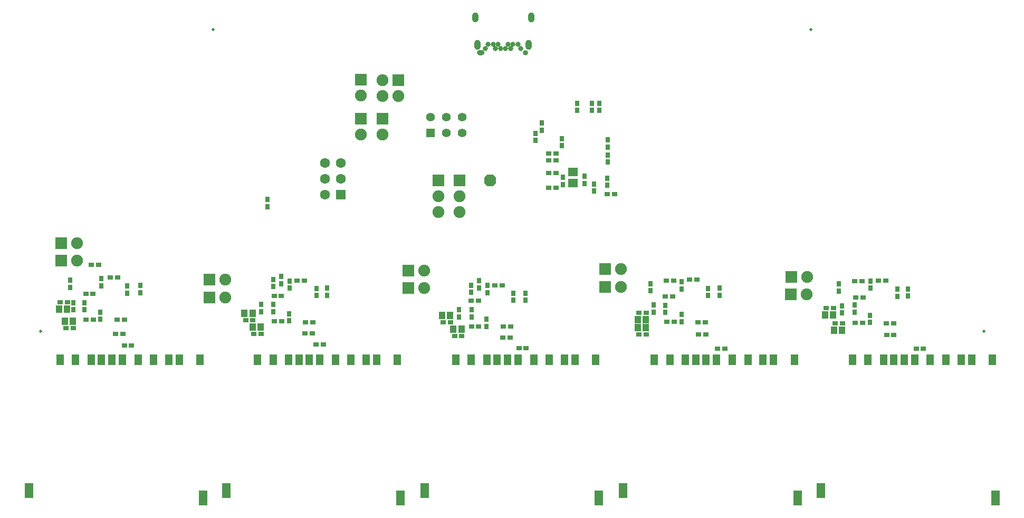
<source format=gbs>
G04*
G04 #@! TF.GenerationSoftware,Altium Limited,Altium Designer,23.10.1 (27)*
G04*
G04 Layer_Color=16711935*
%FSLAX44Y44*%
%MOMM*%
G71*
G04*
G04 #@! TF.SameCoordinates,71CC738A-04A0-4CD5-BBD9-20E7C06DD327*
G04*
G04*
G04 #@! TF.FilePolarity,Negative*
G04*
G01*
G75*
%ADD56R,0.9532X0.8032*%
%ADD58R,0.8032X0.9532*%
%ADD62R,1.2032X1.7032*%
%ADD63R,1.4032X2.4032*%
%ADD81R,1.0532X1.1532*%
%ADD89C,1.9032*%
%ADD90R,1.9032X1.9032*%
%ADD91C,0.8032*%
%ADD92O,1.0032X1.6032*%
%ADD93C,1.6012*%
%ADD94C,1.3970*%
%ADD95R,1.6012X1.6012*%
%ADD96R,1.9032X1.9032*%
G04:AMPARAMS|DCode=97|XSize=1.9032mm|YSize=1.9032mm|CornerRadius=0mm|HoleSize=0mm|Usage=FLASHONLY|Rotation=90.000|XOffset=0mm|YOffset=0mm|HoleType=Round|Shape=Octagon|*
%AMOCTAGOND97*
4,1,8,0.4758,0.9516,-0.4758,0.9516,-0.9516,0.4758,-0.9516,-0.4758,-0.4758,-0.9516,0.4758,-0.9516,0.9516,-0.4758,0.9516,0.4758,0.4758,0.9516,0.0*
%
%ADD97OCTAGOND97*%

%ADD98R,1.3970X1.3970*%
%ADD99O,0.8532X0.2032*%
%ADD100C,0.8532*%
%ADD101C,0.5032*%
%ADD127R,1.5532X1.3532*%
G36*
X734060Y795060D02*
X733840Y795070D01*
X733620Y795100D01*
X733400Y795140D01*
X733180Y795190D01*
X732970Y795260D01*
X732760Y795330D01*
X732550Y795420D01*
X732350Y795510D01*
X732160Y795620D01*
X731970Y795740D01*
X731780Y795860D01*
X731610Y796000D01*
X731440Y796140D01*
X731270Y796290D01*
X731120Y796460D01*
X730980Y796630D01*
X730840Y796800D01*
X730720Y796990D01*
X730600Y797170D01*
X730490Y797370D01*
X730400Y797570D01*
X730310Y797780D01*
X730240Y797990D01*
X730170Y798200D01*
X730120Y798420D01*
X730080Y798640D01*
X730050Y798860D01*
X730040Y799080D01*
X730030Y799300D01*
X730040Y799520D01*
X730050Y799740D01*
X730080Y799960D01*
X730120Y800180D01*
X730170Y800400D01*
X730240Y800610D01*
X730310Y800820D01*
X730400Y801030D01*
X730490Y801230D01*
X730600Y801420D01*
X730720Y801610D01*
X730840Y801800D01*
X730980Y801970D01*
X731120Y802140D01*
X731270Y802310D01*
X731440Y802460D01*
X731610Y802600D01*
X731780Y802740D01*
X731970Y802860D01*
X732160Y802980D01*
X732350Y803090D01*
X732550Y803180D01*
X732760Y803270D01*
X732970Y803340D01*
X733180Y803410D01*
X733400Y803460D01*
X733620Y803500D01*
X733840Y803530D01*
X734060Y803540D01*
X734280Y803550D01*
X737280D01*
X737500Y803540D01*
X737720Y803530D01*
X737940Y803500D01*
X738160Y803460D01*
X738380Y803410D01*
X738590Y803340D01*
X738800Y803270D01*
X739010Y803180D01*
X739210Y803090D01*
X739410Y802980D01*
X739590Y802860D01*
X739780Y802740D01*
X739950Y802600D01*
X740120Y802460D01*
X740290Y802310D01*
X740440Y802140D01*
X740580Y801970D01*
X740720Y801800D01*
X740840Y801610D01*
X740960Y801420D01*
X741070Y801230D01*
X741160Y801030D01*
X741250Y800820D01*
X741320Y800610D01*
X741390Y800400D01*
X741440Y800180D01*
X741480Y799960D01*
X741510Y799740D01*
X741520Y799520D01*
X741530Y799300D01*
X741520Y799080D01*
X741510Y798860D01*
X741480Y798640D01*
X741440Y798420D01*
X741390Y798200D01*
X741320Y797990D01*
X741250Y797780D01*
X741160Y797570D01*
X741070Y797370D01*
X740960Y797170D01*
X740840Y796990D01*
X740720Y796800D01*
X740580Y796630D01*
X740440Y796460D01*
X740290Y796290D01*
X740120Y796140D01*
X739950Y796000D01*
X739780Y795860D01*
X739590Y795740D01*
X739410Y795620D01*
X739210Y795510D01*
X739010Y795420D01*
X738800Y795330D01*
X738590Y795260D01*
X738380Y795190D01*
X738160Y795140D01*
X737940Y795100D01*
X737720Y795070D01*
X737500Y795060D01*
X737280Y795050D01*
X734280D01*
X734060Y795060D01*
D02*
G37*
D56*
X782739Y341599D02*
D03*
X465652Y348996D02*
D03*
X1096937Y346679D02*
D03*
X1399069Y346301D02*
D03*
X70682Y357083D02*
D03*
X61049Y398811D02*
D03*
X358748Y369756D02*
D03*
X989871Y381973D02*
D03*
X693999Y344015D02*
D03*
X371906Y347602D02*
D03*
X990025Y346792D02*
D03*
X675805Y366112D02*
D03*
X1304887Y364775D02*
D03*
X1290663Y388905D02*
D03*
X938879Y571723D02*
D03*
X844899Y606013D02*
D03*
X844936Y637317D02*
D03*
X844899Y581883D02*
D03*
Y626548D02*
D03*
X141319Y438373D02*
D03*
X152749Y370840D02*
D03*
X758626Y425715D02*
D03*
X772509Y359633D02*
D03*
X441410Y432944D02*
D03*
X455009Y365983D02*
D03*
X122578Y458627D02*
D03*
X113951Y370617D02*
D03*
X732611Y359536D02*
D03*
X1071185Y434563D02*
D03*
X1084929Y365983D02*
D03*
X1374489Y433293D02*
D03*
X1387189Y364713D02*
D03*
X1045369Y433609D02*
D03*
X1046131Y367156D02*
D03*
X1348493Y365244D02*
D03*
X1347629Y432847D02*
D03*
X150209Y347949D02*
D03*
X771239Y341599D02*
D03*
X454152Y348996D02*
D03*
X1085437Y346679D02*
D03*
X1387569Y346301D02*
D03*
X720500Y401107D02*
D03*
X102010Y412537D02*
D03*
X404270Y408727D02*
D03*
X1032270Y407715D02*
D03*
X1337720Y406540D02*
D03*
X370248Y369756D02*
D03*
X483013Y330739D02*
D03*
X383405Y347602D02*
D03*
X687305Y366112D02*
D03*
X797430Y324974D02*
D03*
X705499Y344015D02*
D03*
X72549Y398811D02*
D03*
X163830Y328930D02*
D03*
X82182Y357083D02*
D03*
X1302163Y388905D02*
D03*
X1434941Y323819D02*
D03*
X1316387Y364775D02*
D03*
X1001371Y381973D02*
D03*
X1116171Y324073D02*
D03*
X1001525Y346792D02*
D03*
X856436Y637317D02*
D03*
X808930Y324974D02*
D03*
X1446441Y323819D02*
D03*
X1127671Y324073D02*
D03*
X1336129Y432847D02*
D03*
X113510Y412537D02*
D03*
X721111Y359536D02*
D03*
X404720Y368426D02*
D03*
X856399Y606013D02*
D03*
X784009Y359633D02*
D03*
X1096429Y365983D02*
D03*
X1385989Y433293D02*
D03*
X1398689Y364713D02*
D03*
X1336993Y365244D02*
D03*
X732000Y401107D02*
D03*
X415770Y408727D02*
D03*
X1043770Y407715D02*
D03*
X1349220Y406540D02*
D03*
X175330Y328930D02*
D03*
X950379Y571723D02*
D03*
X856399Y581883D02*
D03*
Y626548D02*
D03*
X161709Y347949D02*
D03*
X1034631Y367156D02*
D03*
X1033869Y433609D02*
D03*
X1082685Y434563D02*
D03*
X770126Y425715D02*
D03*
X152819Y438373D02*
D03*
X102451Y370617D02*
D03*
X164249Y370840D02*
D03*
X452910Y432944D02*
D03*
X466509Y365983D02*
D03*
X111078Y458627D02*
D03*
X471513Y330739D02*
D03*
X416220Y368426D02*
D03*
D58*
X1315497Y392849D02*
D03*
X1421669Y420027D02*
D03*
X939936Y623575D02*
D03*
X939102Y597821D02*
D03*
X914177Y706469D02*
D03*
X902747Y589131D02*
D03*
X867633Y587591D02*
D03*
X834167Y674719D02*
D03*
X866144Y661321D02*
D03*
X926024Y706469D02*
D03*
X917987Y576929D02*
D03*
X939800Y647700D02*
D03*
X824007Y658209D02*
D03*
X890955Y706469D02*
D03*
X168552Y413292D02*
D03*
X77247Y422243D02*
D03*
X720403Y414369D02*
D03*
X788447Y401669D02*
D03*
X403135Y423659D02*
D03*
X472217Y409289D02*
D03*
X125507Y371189D02*
D03*
X127223Y436531D02*
D03*
X733298Y432886D02*
D03*
X744918Y359759D02*
D03*
X746983Y425492D02*
D03*
X100107Y386429D02*
D03*
X82327D02*
D03*
X700817Y374999D02*
D03*
X721137D02*
D03*
X403358Y383271D02*
D03*
X383317D02*
D03*
X1008411Y416909D02*
D03*
X1101072Y409289D02*
D03*
X1310925Y416401D02*
D03*
X1404397Y408019D02*
D03*
X189484Y414020D02*
D03*
X807497Y401669D02*
D03*
X1058133Y431451D02*
D03*
X1057910Y367379D02*
D03*
X1361663Y432721D02*
D03*
X1360345Y366109D02*
D03*
X1032047Y382298D02*
D03*
X1013237Y382619D02*
D03*
X488981Y409543D02*
D03*
X1119663D02*
D03*
X1315497Y381349D02*
D03*
X1335817Y382619D02*
D03*
X1421669Y408527D02*
D03*
X393923Y552031D02*
D03*
X867633Y599091D02*
D03*
X393923Y563531D02*
D03*
X82327Y397929D02*
D03*
X1013237Y394119D02*
D03*
X720403Y425869D02*
D03*
X1119663Y421043D02*
D03*
X746983Y413992D02*
D03*
X415798Y428498D02*
D03*
X428607Y380149D02*
D03*
X428830Y421221D02*
D03*
X383317Y394771D02*
D03*
X700817Y386499D02*
D03*
X917987Y588429D02*
D03*
X939800Y659200D02*
D03*
X914177Y717969D02*
D03*
X902747Y600631D02*
D03*
X788447Y413169D02*
D03*
X1008411Y428409D02*
D03*
X1101072Y420789D02*
D03*
X1310925Y427901D02*
D03*
X1361663Y421221D02*
D03*
X1335817Y394119D02*
D03*
X866144Y649821D02*
D03*
X926024Y717969D02*
D03*
X834167Y686219D02*
D03*
X939936Y635075D02*
D03*
X939102Y586321D02*
D03*
X824007Y669709D02*
D03*
X890955Y717969D02*
D03*
X100107Y397929D02*
D03*
X1057910Y378879D02*
D03*
X1032047Y393798D02*
D03*
X1404397Y419519D02*
D03*
X1058133Y419951D02*
D03*
X733298Y421386D02*
D03*
X744918Y371259D02*
D03*
X168552Y424792D02*
D03*
X127223Y425031D02*
D03*
X77247Y433743D02*
D03*
X125507Y382689D02*
D03*
X472217Y420789D02*
D03*
X403135Y435159D02*
D03*
X403358Y394771D02*
D03*
X1360345Y377609D02*
D03*
X721137Y386499D02*
D03*
X189484Y425520D02*
D03*
X807497Y413169D02*
D03*
X488981Y421043D02*
D03*
X428830Y432721D02*
D03*
X415798Y439998D02*
D03*
X428607Y368649D02*
D03*
D62*
X460602Y306100D02*
D03*
X527603D02*
D03*
X778840D02*
D03*
X845840D02*
D03*
X143840D02*
D03*
X210840D02*
D03*
X1415460D02*
D03*
X1482460D02*
D03*
X1097610D02*
D03*
X1164610D02*
D03*
X502603D02*
D03*
X427603D02*
D03*
X551852D02*
D03*
X568853D02*
D03*
X377603D02*
D03*
X402603D02*
D03*
X477603D02*
D03*
X820840D02*
D03*
X745840D02*
D03*
X870090D02*
D03*
X887090D02*
D03*
X695840D02*
D03*
X720840D02*
D03*
X795840D02*
D03*
X185840D02*
D03*
X110840D02*
D03*
X235090D02*
D03*
X252090D02*
D03*
X60840D02*
D03*
X85840D02*
D03*
X160840D02*
D03*
X1457460D02*
D03*
X1382460D02*
D03*
X1506710D02*
D03*
X1523710D02*
D03*
X1332460D02*
D03*
X1357460D02*
D03*
X1432460D02*
D03*
X1139610D02*
D03*
X1064610D02*
D03*
X1188860D02*
D03*
X1205860D02*
D03*
X1014610D02*
D03*
X1039610D02*
D03*
X1114610D02*
D03*
X602352D02*
D03*
X444103D02*
D03*
X762340D02*
D03*
X920590D02*
D03*
X127340D02*
D03*
X285590D02*
D03*
X1398960D02*
D03*
X1557210D02*
D03*
X1239360D02*
D03*
X1081110D02*
D03*
D63*
X607352Y84100D02*
D03*
X327352Y96100D02*
D03*
X925590Y84100D02*
D03*
X645590Y96100D02*
D03*
X290590Y84100D02*
D03*
X10590Y96100D02*
D03*
X1562210Y84100D02*
D03*
X1282210Y96100D02*
D03*
X1244360Y84100D02*
D03*
X964360Y96100D02*
D03*
D81*
X68510Y368254D02*
D03*
X58858Y387558D02*
D03*
X356546Y380954D02*
D03*
X987756Y370817D02*
D03*
X691826Y355046D02*
D03*
X369758Y358770D02*
D03*
X987756Y358044D02*
D03*
X673675Y377346D02*
D03*
X1302696Y353522D02*
D03*
X1288472Y377906D02*
D03*
X369646Y380954D02*
D03*
X382858Y358770D02*
D03*
X686775Y377346D02*
D03*
X704926Y355046D02*
D03*
X71958Y387558D02*
D03*
X81610Y368254D02*
D03*
X1301572Y377906D02*
D03*
X1315796Y353522D02*
D03*
X1000855Y370817D02*
D03*
X1000856Y358044D02*
D03*
D89*
X87630Y493014D02*
D03*
X87884Y465074D02*
D03*
X1259332Y411226D02*
D03*
X1259586Y439166D02*
D03*
X960628Y423418D02*
D03*
Y451612D02*
D03*
X325628Y405892D02*
D03*
Y434594D02*
D03*
X645414Y449072D02*
D03*
Y421386D02*
D03*
X701506Y568960D02*
D03*
X668020D02*
D03*
X701506Y543560D02*
D03*
X668020D02*
D03*
X577850Y668020D02*
D03*
X543560D02*
D03*
X578558Y729963D02*
D03*
Y755363D02*
D03*
X603958Y729963D02*
D03*
X543560Y730250D02*
D03*
D90*
X62230Y493014D02*
D03*
X62484Y465074D02*
D03*
X1233932Y411226D02*
D03*
X1234186Y439166D02*
D03*
X935228Y423418D02*
D03*
Y451612D02*
D03*
X300228Y405892D02*
D03*
Y434594D02*
D03*
X620014Y449072D02*
D03*
Y421386D02*
D03*
X603958Y755363D02*
D03*
D91*
X743780Y805800D02*
D03*
X799780D02*
D03*
X763780Y812800D02*
D03*
X755780D02*
D03*
X747780D02*
D03*
X775780Y805800D02*
D03*
X767780D02*
D03*
X787780Y812800D02*
D03*
X795780D02*
D03*
X759780Y805800D02*
D03*
X783780D02*
D03*
X779780Y812800D02*
D03*
D92*
X813077Y811700D02*
D03*
X730480D02*
D03*
X816680Y855700D02*
D03*
X726880D02*
D03*
D93*
X511556Y622046D02*
D03*
X486156D02*
D03*
Y596646D02*
D03*
X511556D02*
D03*
X486156Y571246D02*
D03*
D94*
X706120Y670560D02*
D03*
Y695960D02*
D03*
X680720D02*
D03*
X655320D02*
D03*
X680720Y670560D02*
D03*
D95*
X511556Y571246D02*
D03*
D96*
X543560Y755650D02*
D03*
X701506Y594360D02*
D03*
X668020D02*
D03*
X543560Y693420D02*
D03*
X577850D02*
D03*
D97*
X750570Y594360D02*
D03*
D98*
X655320Y670560D02*
D03*
D99*
X735780Y799300D02*
D03*
D100*
X807780D02*
D03*
D101*
X1543530Y351790D02*
D03*
X306860Y836140D02*
D03*
X1265745Y836140D02*
D03*
X30000Y351790D02*
D03*
D127*
X884010Y589919D02*
D03*
Y607419D02*
D03*
M02*

</source>
